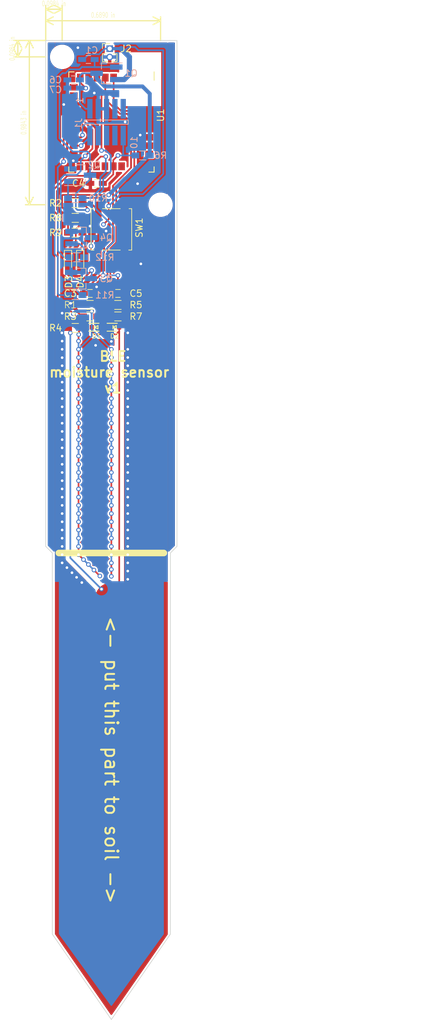
<source format=kicad_pcb>
(kicad_pcb (version 20171130) (host pcbnew "(5.1.4)-1")
  (layers (0 F.Cu signal) (31 B.Cu signal hide) (34 B.Paste user) (35 F.Paste user hide) (36 B.SilkS user) (37 F.SilkS user) (38 B.Mask user hide) (39 F.Mask user hide) (44 Edge.Cuts user))
  (net 0 "")
  (net 1 GND)
  (net 2 VCC)
  (net 3 /SENSE_LOW)
  (net 4 /SENSOR_TRACK)
  (net 5 /RESET)
  (net 6 /EXCITATION)
  (net 7 "Net-(D3-Pad2)")
  (net 8 "Net-(D3-Pad1)")
  (net 9 /POWER)
  (net 10 +3V0)
  (net 11 "Net-(C1-Pad2)")
  (net 12 /SENSE_HIGH)
  (net 13 /SWDIO)
  (net 14 /SWCLK)
  (net 15 "Net-(Q2-Pad1)")
  (net 16 "Net-(Q3-Pad1)")
  (net 17 "Net-(Q4-Pad1)")
  (net 18 "Net-(D4-Pad2)")
  (net 19 "Net-(D4-Pad1)")
  (net 20 /POWER_ON_PIN)
  (net 21 /LED1)
  (net 22 /LED2)
  (module Mounting_Holes:MountingHole_3.2mm_M3 (layer F.Cu) (at 50.5 27.5)
    (fp_text reference REF** hide)
    (fp_text value MountingHole_3.2mm_M3)
    (pad "" np_thru_hole circle (at 0 0) (size 3.2 3.2) (drill 3.2) (layers *.Cu *.Mask))
  )
  (module Mounting_Holes:MountingHole_3.2mm_M3 (layer F.Cu) (at 65.5 50)
    (fp_text reference REF** hide)
    (fp_text value MountingHole_3.2mm_M3)
    (pad 1 np_thru_hole circle (at 0 0) (size 3.2 3.2) (drill 3.2) (layers *.Cu *.Mask))
  )
  (module SBenoit:SPBTLE-1s (layer F.Cu) (at 58.758 36.384 270)
    (fp_text reference U1 (at 0 -6.758 90) (layer F.SilkS))
    (fp_text value SPBTLE-1S)
    (pad 1 smd rect (at -5.73 0.412) (size 1 1.2) (layers F.Cu F.Paste F.Mask) (net 12 /SENSE_HIGH))
    (pad 2 smd rect (at -5.73 1.682) (size 1 1.2) (layers F.Cu F.Paste F.Mask) (net 3 /SENSE_LOW))
    (pad 3 smd rect (at -5.73 2.952) (size 1 1.2) (layers F.Cu F.Paste F.Mask))
    (pad 4 smd rect (at -5.73 4.222) (size 1 1.2) (layers F.Cu F.Paste F.Mask) (net 9 /POWER))
    (pad 5 smd rect (at -5.73 5.492) (size 1 1.2) (layers F.Cu F.Paste F.Mask) (net 2 VCC))
    (pad 6 smd rect (at -4.26 6.492 270) (size 1 1.2) (layers F.Cu F.Paste F.Mask))
    (pad 7 smd rect (at -2.99 6.492 270) (size 1 1.2) (layers F.Cu F.Paste F.Mask))
    (pad 8 smd rect (at -1.72 6.492 270) (size 1 1.2) (layers F.Cu F.Paste F.Mask) (net 1 GND))
    (pad 9 smd rect (at -0.45 6.492 270) (size 1 1.2) (layers F.Cu F.Paste F.Mask) (net 21 /LED1))
    (pad 10 smd rect (at 0.82 6.492 270) (size 1 1.2) (layers F.Cu F.Paste F.Mask) (net 22 /LED2))
    (pad 11 smd rect (at 2.09 6.492 270) (size 1 1.2) (layers F.Cu F.Paste F.Mask))
    (pad 12 smd rect (at 3.36 6.492 270) (size 1 1.2) (layers F.Cu F.Paste F.Mask) (net 14 /SWCLK))
    (pad 13 smd rect (at 4.63 6.492 270) (size 1 1.2) (layers F.Cu F.Paste F.Mask) (net 13 /SWDIO))
    (pad 14 smd rect (at 5.9 6.492 270) (size 1 1.2) (layers F.Cu F.Paste F.Mask))
    (pad 15 smd rect (at 7.77 5.542) (size 1 1.2) (layers F.Cu F.Paste F.Mask))
    (pad 16 smd rect (at 7.77 4.272) (size 1 1.2) (layers F.Cu F.Paste F.Mask) (net 6 /EXCITATION))
    (pad 17 smd rect (at 7.77 3.002) (size 1 1.2) (layers F.Cu F.Paste F.Mask) (net 20 /POWER_ON_PIN))
    (pad 18 smd rect (at 7.77 1.732) (size 1 1.2) (layers F.Cu F.Paste F.Mask))
    (pad 19 smd rect (at 7.77 0.462) (size 1 1.2) (layers F.Cu F.Paste F.Mask) (net 5 /RESET))
    (pad 20 smd rect (at 7.77 -0.808) (size 1 1.2) (layers F.Cu F.Paste F.Mask))
    (pad 21 smd rect (at 5.9 -5.008 270) (size 1 1.2) (layers F.Cu F.Paste F.Mask))
    (pad 22 smd rect (at 4.63 -5.008 270) (size 1 1.2) (layers F.Cu F.Paste F.Mask))
    (pad 23 smd rect (at 3.36 -5.008 270) (size 1 1.2) (layers F.Cu F.Paste F.Mask))
  )
  (module SBenoit:50mils_JTAG (layer B.Cu) (at 57.27 37.416936)
    (fp_text reference J1 (at -4.25 0.25 -90) (layer B.SilkS) (effects (justify mirror)))
    (fp_text value Conn_02x05_Odd_Even)
    (fp_text user 10 (at 4.191 3.126564 -270) (layer B.SilkS) (effects (justify mirror)))
    (fp_text user 1 (at -4.064 -3.286936 -270) (layer B.SilkS) (effects (justify mirror)))
    (pad 10 smd rect (at 2.54 2.047064) (size 0.8 3) (layers B.Cu B.Paste B.Mask) (net 5 /RESET))
    (pad 1 smd rect (at -2.54 -2.016936) (size 0.8 3) (layers B.Cu B.Paste B.Mask) (net 2 VCC))
    (pad 9 smd rect (at 2.54 -2.016936) (size 0.8 3) (layers B.Cu B.Paste B.Mask))
    (pad 2 smd rect (at -2.54 2.047064) (size 0.8 3) (layers B.Cu B.Paste B.Mask) (net 13 /SWDIO))
    (pad 8 smd rect (at 1.27 2.047064) (size 0.8 3) (layers B.Cu B.Paste B.Mask))
    (pad 3 smd rect (at -1.27 -2.016936) (size 0.8 3) (layers B.Cu B.Paste B.Mask) (net 1 GND))
    (pad 7 smd rect (at 1.27 -2.016936) (size 0.8 3) (layers B.Cu B.Paste B.Mask))
    (pad 4 smd rect (at -1.27 2.047064) (size 0.8 3) (layers B.Cu B.Paste B.Mask) (net 14 /SWCLK))
    (pad 6 smd rect (at 0 2.047064) (size 0.8 3) (layers B.Cu B.Paste B.Mask))
    (pad 5 smd rect (at 0 -2.016936) (size 0.8 3) (layers B.Cu B.Paste B.Mask) (net 1 GND))
  )
  (module Resistors_SMD:R_0603_HandSoldering (layer B.Cu) (at 52.75 58)
    (fp_text reference R12 (at 4.25 0) (layer B.SilkS) (effects (justify mirror)))
    (fp_text value 100)
    (pad 1 smd rect (at -1.1 0) (size 1.2 0.9) (layers B.Cu B.Paste B.Mask) (net 22 /LED2))
    (pad 2 smd rect (at 1.1 0) (size 1.2 0.9) (layers B.Cu B.Paste B.Mask) (net 17 "Net-(Q4-Pad1)"))
  )
  (module Resistors_SMD:R_0603_HandSoldering (layer B.Cu) (at 52.5 63.75)
    (fp_text reference R11 (at 4.5 0) (layer B.SilkS) (effects (justify mirror)))
    (fp_text value 100)
    (pad 1 smd rect (at -1.1 0) (size 1.2 0.9) (layers B.Cu B.Paste B.Mask) (net 21 /LED1))
    (pad 2 smd rect (at 1.1 0) (size 1.2 0.9) (layers B.Cu B.Paste B.Mask) (net 16 "Net-(Q3-Pad1)"))
  )
  (module Resistors_SMD:R_0603_HandSoldering (layer B.Cu) (at 52.5 49 180)
    (fp_text reference R10 (at -3.5 0) (layer B.SilkS) (effects (justify mirror)))
    (fp_text value 100)
    (pad 1 smd rect (at -1.1 0 180) (size 1.2 0.9) (layers B.Cu B.Paste B.Mask) (net 20 /POWER_ON_PIN))
    (pad 2 smd rect (at 1.1 0 180) (size 1.2 0.9) (layers B.Cu B.Paste B.Mask) (net 15 "Net-(Q2-Pad1)"))
  )
  (module Resistors_SMD:R_0603_HandSoldering (layer F.Cu) (at 52.5 54.25 180)
    (fp_text reference R9 (at 3 0) (layer F.SilkS))
    (fp_text value 330)
    (pad 1 smd rect (at -1.1 0 180) (size 1.2 0.9) (layers F.Cu F.Paste F.Mask) (net 19 "Net-(D4-Pad1)"))
    (pad 2 smd rect (at 1.1 0 180) (size 1.2 0.9) (layers F.Cu F.Paste F.Mask) (net 2 VCC))
  )
  (module Resistors_SMD:R_0603_HandSoldering (layer F.Cu) (at 52.5 52 180)
    (fp_text reference R8 (at 3 0) (layer F.SilkS))
    (fp_text value 330)
    (pad 1 smd rect (at -1.1 0 180) (size 1.2 0.9) (layers F.Cu F.Paste F.Mask) (net 8 "Net-(D3-Pad1)"))
    (pad 2 smd rect (at 1.1 0 180) (size 1.2 0.9) (layers F.Cu F.Paste F.Mask) (net 2 VCC))
  )
  (module Resistors_SMD:R_0603_HandSoldering (layer F.Cu) (at 59 67 180)
    (fp_text reference R7 (at -2.75 0) (layer F.SilkS))
    (fp_text value 1M)
    (pad 1 smd rect (at -1.1 0 180) (size 1.2 0.9) (layers F.Cu F.Paste F.Mask) (net 1 GND))
    (pad 2 smd rect (at 1.1 0 180) (size 1.2 0.9) (layers F.Cu F.Paste F.Mask) (net 12 /SENSE_HIGH))
  )
  (module Resistors_SMD:R_0603_HandSoldering (layer B.Cu) (at 62.75 42.5)
    (fp_text reference R6 (at 2.75 0) (layer B.SilkS) (effects (justify mirror)))
    (fp_text value 47k)
    (pad 1 smd rect (at -1.1 0) (size 1.2 0.9) (layers B.Cu B.Paste B.Mask) (net 5 /RESET))
    (pad 2 smd rect (at 1.1 0) (size 1.2 0.9) (layers B.Cu B.Paste B.Mask) (net 2 VCC))
  )
  (module Resistors_SMD:R_0603_HandSoldering (layer F.Cu) (at 59 65.25)
    (fp_text reference R5 (at 2.75 0) (layer F.SilkS))
    (fp_text value 1M)
    (pad 1 smd rect (at -1.1 0) (size 1.2 0.9) (layers F.Cu F.Paste F.Mask) (net 12 /SENSE_HIGH))
    (pad 2 smd rect (at 1.1 0) (size 1.2 0.9) (layers F.Cu F.Paste F.Mask) (net 9 /POWER))
  )
  (module Resistors_SMD:R_0603_HandSoldering (layer F.Cu) (at 52.5 68.75)
    (fp_text reference R4 (at -3 0) (layer F.SilkS))
    (fp_text value 330)
    (pad 1 smd rect (at -1.1 0) (size 1.2 0.9) (layers F.Cu F.Paste F.Mask) (net 4 /SENSOR_TRACK))
    (pad 2 smd rect (at 1.1 0) (size 1.2 0.9) (layers F.Cu F.Paste F.Mask) (net 6 /EXCITATION))
  )
  (module Resistors_SMD:R_0603_HandSoldering (layer F.Cu) (at 54.75 67)
    (fp_text reference R3 (at -3 0) (layer F.SilkS))
    (fp_text value 1M)
    (pad 1 smd rect (at -1.1 0) (size 1.2 0.9) (layers F.Cu F.Paste F.Mask) (net 1 GND))
    (pad 2 smd rect (at 1.1 0) (size 1.2 0.9) (layers F.Cu F.Paste F.Mask) (net 3 /SENSE_LOW))
  )
  (module Resistors_SMD:R_0603_HandSoldering (layer F.Cu) (at 52.5 49.75)
    (fp_text reference R2 (at -3 0) (layer F.SilkS))
    (fp_text value 1M)
    (pad 1 smd rect (at -1.1 0) (size 1.2 0.9) (layers F.Cu F.Paste F.Mask) (net 10 +3V0))
    (pad 2 smd rect (at 1.1 0) (size 1.2 0.9) (layers F.Cu F.Paste F.Mask) (net 11 "Net-(C1-Pad2)"))
  )
  (module Capacitors_SMD:C_0603_HandSoldering (layer B.Cu) (at 52.25 32.25)
    (fp_text reference C7 (at -2.75 0.25) (layer B.SilkS) (effects (justify mirror)))
    (fp_text value 1u)
    (pad 1 smd rect (at -0.95 0) (size 1.2 0.75) (layers B.Cu B.Paste B.Mask) (net 1 GND))
    (pad 2 smd rect (at 0.95 0) (size 1.2 0.75) (layers B.Cu B.Paste B.Mask) (net 2 VCC))
  )
  (module Capacitors_SMD:C_0603_HandSoldering (layer B.Cu) (at 52.25 31)
    (fp_text reference C6 (at -2.75 0) (layer B.SilkS) (effects (justify mirror)))
    (fp_text value 100n)
    (pad 1 smd rect (at -0.95 0) (size 1.2 0.75) (layers B.Cu B.Paste B.Mask) (net 1 GND))
    (pad 2 smd rect (at 0.95 0) (size 1.2 0.75) (layers B.Cu B.Paste B.Mask) (net 2 VCC))
  )
  (module Capacitors_SMD:C_0603_HandSoldering (layer F.Cu) (at 59 63.5)
    (fp_text reference C5 (at 2.75 0) (layer F.SilkS))
    (fp_text value 1n)
    (pad 1 smd rect (at -0.95 0) (size 1.2 0.75) (layers F.Cu F.Paste F.Mask) (net 12 /SENSE_HIGH))
    (pad 2 smd rect (at 0.95 0) (size 1.2 0.75) (layers F.Cu F.Paste F.Mask) (net 1 GND))
  )
  (module Capacitors_SMD:C_0603_HandSoldering (layer F.Cu) (at 55.75 46.75 180)
    (fp_text reference C4 (at 2.75 0) (layer F.SilkS))
    (fp_text value 10n)
    (pad 1 smd rect (at -0.95 0 180) (size 1.2 0.75) (layers F.Cu F.Paste F.Mask) (net 5 /RESET))
    (pad 2 smd rect (at 0.95 0 180) (size 1.2 0.75) (layers F.Cu F.Paste F.Mask) (net 1 GND))
  )
  (module Capacitors_SMD:C_0603_HandSoldering (layer F.Cu) (at 54.75 63.5 180)
    (fp_text reference C3 (at 3 0) (layer F.SilkS))
    (fp_text value 1n)
    (pad 1 smd rect (at -0.95 0 180) (size 1.2 0.75) (layers F.Cu F.Paste F.Mask) (net 3 /SENSE_LOW))
    (pad 2 smd rect (at 0.95 0 180) (size 1.2 0.75) (layers F.Cu F.Paste F.Mask) (net 1 GND))
  )
  (module Capacitors_SMD:C_0603_HandSoldering (layer B.Cu) (at 54.5 27.9)
    (fp_text reference C1 (at 0.5 -1.4) (layer B.SilkS) (effects (justify mirror)))
    (fp_text value 330n)
    (pad 1 smd rect (at -0.95 0) (size 1.2 0.75) (layers B.Cu B.Paste B.Mask) (net 10 +3V0))
    (pad 2 smd rect (at 0.95 0) (size 1.2 0.75) (layers B.Cu B.Paste B.Mask) (net 11 "Net-(C1-Pad2)"))
  )
  (module Resistors_SMD:R_0603_HandSoldering (layer F.Cu) (at 54.75 65.25 180)
    (fp_text reference R1 (at 3 0 180) (layer F.SilkS) (effects (font (thickness 0.11))))
    (fp_text value 1M)
    (pad 1 smd rect (at -1.1 0 180) (size 1.2 0.9) (layers F.Cu F.Paste F.Mask) (net 3 /SENSE_LOW))
    (pad 2 smd rect (at 1.1 0 180) (size 1.2 0.9) (layers F.Cu F.Paste F.Mask) (net 9 /POWER))
  )
  (module TO_SOT_Packages_SMD:SOT-23_Handsoldering (layer B.Cu) (at 57.25 30 180)
    (fp_text reference Q1 (at -3.75 0) (layer B.SilkS) (effects (justify mirror)))
    (fp_text value BSS83P)
    (pad 1 smd rect (at -1.5 0.95 180) (size 1.9 0.8) (layers B.Cu B.Paste B.Mask) (net 11 "Net-(C1-Pad2)"))
    (pad 2 smd rect (at -1.5 -0.95 180) (size 1.9 0.8) (layers B.Cu B.Paste B.Mask) (net 10 +3V0))
    (pad 3 smd rect (at 1.5 0 180) (size 1.9 0.8) (layers B.Cu B.Paste B.Mask) (net 2 VCC))
  )
  (module Pin_Headers:Pin_Header_Straight_1x02_Pitch1.27mm (layer F.Cu) (at 57.75 26.25)
    (fp_text reference J2 (at 2.5 0) (layer F.SilkS))
    (fp_text value Conn_01x02)
    (pad 1 thru_hole rect (at 0 0) (size 1 1) (drill 0.65) (layers *.Cu *.Mask) (net 10 +3V0))
    (pad 2 thru_hole oval (at 0 1.27) (size 1 1) (drill 0.65) (layers *.Cu *.Mask) (net 1 GND))
  )
  (module LEDs:LED_0603_HandSoldering (layer F.Cu) (at 53.25 58.736 270)
    (fp_text reference D4 (at 3.014 0 90) (layer F.SilkS))
    (fp_text value LED)
    (pad 1 smd rect (at -1.1 0 270) (size 1.2 0.9) (layers F.Cu F.Paste F.Mask) (net 19 "Net-(D4-Pad1)"))
    (pad 2 smd rect (at 1.1 0 270) (size 1.2 0.9) (layers F.Cu F.Paste F.Mask) (net 18 "Net-(D4-Pad2)"))
  )
  (module LEDs:LED_0603_HandSoldering (layer F.Cu) (at 51.392 58.736 270)
    (fp_text reference D3 (at 3.014 -0.108 90) (layer F.SilkS))
    (fp_text value LED)
    (pad 1 smd rect (at -1.1 0 270) (size 1.2 0.9) (layers F.Cu F.Paste F.Mask) (net 8 "Net-(D3-Pad1)"))
    (pad 2 smd rect (at 1.1 0 270) (size 1.2 0.9) (layers F.Cu F.Paste F.Mask) (net 7 "Net-(D3-Pad2)"))
  )
  (module SMD_Packages:SOD-523 (layer F.Cu) (at 58.504 68.642 180)
    (fp_text reference D2 (at 0.004 -1.358 180) (layer F.SilkS) (effects (font (size 0.7 0.7) (thickness 0.11))))
    (fp_text value BAT54)
    (pad 1 smd rect (at -0.7 0 180) (size 0.6 0.7) (layers F.Cu F.Paste F.Mask) (net 4 /SENSOR_TRACK))
    (pad 2 smd rect (at 0.7 0 180) (size 0.6 0.7) (layers F.Cu F.Paste F.Mask) (net 12 /SENSE_HIGH))
  )
  (module SMD_Packages:SOD-523 (layer F.Cu) (at 55.71 68.642 180)
    (fp_text reference D1 (at -0.04 -1.358 180) (layer F.SilkS) (effects (font (size 0.7 0.7) (thickness 0.11))))
    (fp_text value BAT54)
    (pad 1 smd rect (at -0.7 0 180) (size 0.6 0.7) (layers F.Cu F.Paste F.Mask) (net 3 /SENSE_LOW))
    (pad 2 smd rect (at 0.7 0 180) (size 0.6 0.7) (layers F.Cu F.Paste F.Mask) (net 4 /SENSOR_TRACK))
  )
  (module TO_SOT_Packages_SMD:SOT-23_Handsoldering (layer B.Cu) (at 53.25 45.5)
    (fp_text reference Q2 (at 2.1522 -1.57664) (layer B.SilkS) (effects (justify mirror)))
    (fp_text value RUC002N05HZGT116CT)
    (pad 3 smd rect (at 1.5 0) (size 1.9 0.8) (layers B.Cu B.Paste B.Mask) (net 11 "Net-(C1-Pad2)"))
    (pad 2 smd rect (at -1.5 -0.95) (size 1.9 0.8) (layers B.Cu B.Paste B.Mask) (net 1 GND))
    (pad 1 smd rect (at -1.5 0.95) (size 1.9 0.8) (layers B.Cu B.Paste B.Mask) (net 15 "Net-(Q2-Pad1)"))
  )
  (module TO_SOT_Packages_SMD:SOT-23_Handsoldering (layer B.Cu) (at 53.3732 61.25)
    (fp_text reference Q3 (at 3.8768 0) (layer B.SilkS) (effects (justify mirror)))
    (fp_text value RUC002N05HZGT116CT)
    (pad 3 smd rect (at 1.5 0) (size 1.9 0.8) (layers B.Cu B.Paste B.Mask) (net 7 "Net-(D3-Pad2)"))
    (pad 2 smd rect (at -1.5 -0.95) (size 1.9 0.8) (layers B.Cu B.Paste B.Mask) (net 1 GND))
    (pad 1 smd rect (at -1.5 0.95) (size 1.9 0.8) (layers B.Cu B.Paste B.Mask) (net 16 "Net-(Q3-Pad1)"))
  )
  (module TO_SOT_Packages_SMD:SOT-23_Handsoldering (layer B.Cu) (at 53.42908 55)
    (fp_text reference Q4 (at 3.82092 0) (layer B.SilkS) (effects (justify mirror)))
    (fp_text value RUC002N05HZGT116CT)
    (pad 1 smd rect (at -1.5 0.95) (size 1.9 0.8) (layers B.Cu B.Paste B.Mask) (net 17 "Net-(Q4-Pad1)"))
    (pad 2 smd rect (at -1.5 -0.95) (size 1.9 0.8) (layers B.Cu B.Paste B.Mask) (net 1 GND))
    (pad 3 smd rect (at 1.5 0) (size 1.9 0.8) (layers B.Cu B.Paste B.Mask) (net 18 "Net-(D4-Pad2)"))
  )
  (module Buttons_Switches_SMD:SW_SPST_EVPBF (layer F.Cu) (at 58 53.75 90)
    (fp_text reference SW1 (at 0.25 4.25 90) (layer F.SilkS))
    (fp_text value SW_Push)
    (pad 2 smd rect (at 2.88 2 90) (size 2.75 1) (layers F.Cu F.Paste F.Mask) (net 1 GND))
    (pad 2 smd rect (at -2.88 2 90) (size 2.75 1) (layers F.Cu F.Paste F.Mask) (net 1 GND))
    (pad 1 smd rect (at -2.88 -2 90) (size 2.75 1) (layers F.Cu F.Paste F.Mask) (net 11 "Net-(C1-Pad2)"))
    (pad 1 smd rect (at 2.88 -2 90) (size 2.75 1) (layers F.Cu F.Paste F.Mask) (net 11 "Net-(C1-Pad2)"))
  )
  (dimension 17.5 (width 0.2) (layer F.SilkS) (gr_text "17.500 mm" (at 56.75 20.95) (layer F.SilkS) (effects (font (size 0.8 0.5) (thickness 0.05)))) (feature1 (pts (xy 65.5 25) (xy 65.5 21.413579))) (feature2 (pts (xy 48 25) (xy 48 21.413579))) (crossbar (pts (xy 48 22) (xy 65.5 22))) (arrow1a (pts (xy 65.5 22) (xy 64.373496 22.586421))) (arrow1b (pts (xy 65.5 22) (xy 64.373496 21.413579))) (arrow2a (pts (xy 48 22) (xy 49.126504 22.586421))) (arrow2b (pts (xy 48 22) (xy 49.126504 21.413579))))
  (dimension 25 (width 0.2) (layer F.SilkS) (gr_text "25.000 mm" (at 44.45 37.5 90) (layer F.SilkS) (effects (font (size 0.8 0.5) (thickness 0.05)))) (feature1 (pts (xy 48 25) (xy 44.913579 25))) (feature2 (pts (xy 48 50) (xy 44.913579 50))) (crossbar (pts (xy 45.5 50) (xy 45.5 25))) (arrow1a (pts (xy 45.5 25) (xy 46.086421 26.126504))) (arrow1b (pts (xy 45.5 25) (xy 44.913579 26.126504))) (arrow2a (pts (xy 45.5 50) (xy 46.086421 48.873496))) (arrow2b (pts (xy 45.5 50) (xy 44.913579 48.873496))))
  (dimension 2.5 (width 0.2) (layer F.SilkS) (gr_text "2.500 mm" (at 49.25 19.2) (layer F.SilkS) (effects (font (size 0.8 0.5) (thickness 0.05)))) (feature1 (pts (xy 50.5 25) (xy 50.5 19.663579))) (feature2 (pts (xy 48 25) (xy 48 19.663579))) (crossbar (pts (xy 48 20.25) (xy 50.5 20.25))) (arrow1a (pts (xy 50.5 20.25) (xy 49.373496 20.836421))) (arrow1b (pts (xy 50.5 20.25) (xy 49.373496 19.663579))) (arrow2a (pts (xy 48 20.25) (xy 49.126504 20.836421))) (arrow2b (pts (xy 48 20.25) (xy 49.126504 19.663579))))
  (dimension 2.5 (width 0.2) (layer F.SilkS) (gr_text "2.500 mm" (at 42.7 26.25 270) (layer F.SilkS) (effects (font (size 0.8 0.5) (thickness 0.05)))) (feature1 (pts (xy 48 27.5) (xy 43.163579 27.5))) (feature2 (pts (xy 48 25) (xy 43.163579 25))) (crossbar (pts (xy 43.75 25) (xy 43.75 27.5))) (arrow1a (pts (xy 43.75 27.5) (xy 43.163579 26.373496))) (arrow1b (pts (xy 43.75 27.5) (xy 44.336421 26.373496))) (arrow2a (pts (xy 43.75 25) (xy 43.163579 26.126504))) (arrow2b (pts (xy 43.75 25) (xy 44.336421 26.126504))))
  (gr_line (start 49 161) (end 49 103) (layer Edge.Cuts) (width 0.1))
  (gr_line (start 67 161) (end 67 103) (layer Edge.Cuts) (width 0.1))
  (gr_line (start 48 25) (end 49.022 25) (layer Edge.Cuts) (width 0.1))
  (gr_line (start 48 102) (end 48 25) (layer Edge.Cuts) (width 0.1))
  (gr_line (start 49 103) (end 48 102) (layer Edge.Cuts) (width 0.1))
  (gr_line (start 68 25) (end 67 25) (layer Edge.Cuts) (width 0.1))
  (gr_line (start 68 102) (end 68 25) (layer Edge.Cuts) (width 0.1))
  (gr_line (start 67 103) (end 68 102) (layer Edge.Cuts) (width 0.1))
  (gr_text "<- put this part to soil ->" (at 58 134.5 270) (layer F.SilkS) (effects (font (size 2 2) (thickness 0.3))))
  (gr_line (start 50 103) (end 66 103) (layer F.SilkS) (width 1))
  (gr_text "BLE\nmoisture sensor \nv1" (at 58.25 75.5) (layer F.SilkS) (effects (font (size 1.5 1.5) (thickness 0.3))))
  (gr_line (start 58 174) (end 49 161) (angle 90) (layer Edge.Cuts) (width 0.1))
  (gr_line (start 58 174) (end 67 161) (angle 90) (layer Edge.Cuts) (width 0.1))
  (gr_line (start 67 25) (end 49.022 25) (angle 90) (layer Edge.Cuts) (width 0.1))
  (via (at 52.9 26.1) (size 0.7) (drill 0.4) (layers F.Cu B.Cu) (net 1))
  (segment (start 53 70.75) (end 53 69.779708) (width 0.254) (layer F.Cu) (net 6))
  (segment (start 53 69.779708) (end 53.024757 69.754951) (width 0.254) (layer F.Cu) (net 6))
  (via (at 53.024757 69.754951) (size 0.7) (drill 0.4) (layers F.Cu B.Cu) (net 6))
  (segment (start 53 72) (end 53 70.75) (width 0.254) (layer B.Cu) (net 6))
  (via (at 53 70.75) (size 0.7) (drill 0.4) (layers F.Cu B.Cu) (net 6))
  (segment (start 55.345119 105.595119) (end 56.25 106.5) (width 0.254) (layer F.Cu) (net 6))
  (segment (start 54.5 104.75) (end 55.345119 105.595119) (width 0.254) (layer B.Cu) (net 6))
  (via (at 55.345119 105.595119) (size 0.7) (drill 0.4) (layers F.Cu B.Cu) (net 6))
  (segment (start 53.758622 104.008622) (end 54.5 104.75) (width 0.254) (layer B.Cu) (net 6))
  (segment (start 53 103.25) (end 53.758622 104.008622) (width 0.254) (layer F.Cu) (net 6))
  (via (at 53.758622 104.008622) (size 0.7) (drill 0.4) (layers F.Cu B.Cu) (net 6))
  (segment (start 52.702737 106.702737) (end 53.5 107.5) (width 0.254) (layer F.Cu) (net 1))
  (segment (start 52 106) (end 52.702737 106.702737) (width 0.254) (layer F.Cu) (net 1))
  (via (at 52.702737 106.702737) (size 0.7) (drill 0.4) (layers F.Cu B.Cu) (net 1))
  (segment (start 51.228329 105.228329) (end 52 106) (width 0.254) (layer B.Cu) (net 1))
  (segment (start 50.5 104.5) (end 51.228329 105.228329) (width 0.254) (layer F.Cu) (net 1))
  (via (at 51.228329 105.228329) (size 0.7) (drill 0.4) (layers F.Cu B.Cu) (net 1))
  (segment (start 50.5 102) (end 50.5 103.25) (width 0.254) (layer F.Cu) (net 1))
  (via (at 50.5 103.25) (size 0.7) (drill 0.4) (layers F.Cu B.Cu) (net 1))
  (segment (start 50.5 102) (end 50.5 100.75) (width 0.254) (layer B.Cu) (net 1))
  (segment (start 50.5 99.5) (end 50.5 100.75) (width 0.254) (layer F.Cu) (net 1))
  (via (at 50.5 100.75) (size 0.7) (drill 0.4) (layers F.Cu B.Cu) (net 1))
  (segment (start 53 99.5) (end 53 100.75) (width 0.254) (layer F.Cu) (net 6))
  (via (at 53 100.75) (size 0.7) (drill 0.4) (layers F.Cu B.Cu) (net 6))
  (segment (start 50.5 99.5) (end 50.5 98.25) (width 0.254) (layer F.Cu) (net 1))
  (segment (start 50.5 97) (end 50.5 98.25) (width 0.254) (layer B.Cu) (net 1))
  (via (at 50.5 98.25) (size 0.7) (drill 0.4) (layers F.Cu B.Cu) (net 1))
  (segment (start 53 99.5) (end 53 98.249994) (width 0.254) (layer F.Cu) (net 6))
  (segment (start 53 97) (end 53 98.249994) (width 0.254) (layer B.Cu) (net 6))
  (via (at 53 98.249994) (size 0.7) (drill 0.4) (layers F.Cu B.Cu) (net 6))
  (segment (start 50.5 97) (end 50.5 95.75) (width 0.254) (layer B.Cu) (net 1))
  (segment (start 50.5 94.5) (end 50.5 95.75) (width 0.254) (layer F.Cu) (net 1))
  (via (at 50.5 95.75) (size 0.7) (drill 0.4) (layers F.Cu B.Cu) (net 1))
  (segment (start 53 97) (end 53 95.750006) (width 0.254) (layer B.Cu) (net 6))
  (segment (start 53 94.5) (end 53 95.750006) (width 0.254) (layer F.Cu) (net 6))
  (via (at 53 95.750006) (size 0.7) (drill 0.4) (layers F.Cu B.Cu) (net 6))
  (segment (start 50.5 92) (end 50.5 90.75) (width 0.254) (layer B.Cu) (net 1))
  (segment (start 50.5 89.5) (end 50.5 90.75) (width 0.254) (layer B.Cu) (net 1))
  (via (at 50.5 90.75) (size 0.7) (drill 0.4) (layers F.Cu B.Cu) (net 1))
  (segment (start 53 89.5) (end 53 90.749992) (width 0.254) (layer F.Cu) (net 6))
  (via (at 53 90.749992) (size 0.7) (drill 0.4) (layers F.Cu B.Cu) (net 6))
  (segment (start 53 94.5) (end 53 93.25) (width 0.254) (layer F.Cu) (net 6))
  (segment (start 53 92) (end 53 93.25) (width 0.254) (layer F.Cu) (net 6))
  (via (at 53 93.25) (size 0.7) (drill 0.4) (layers F.Cu B.Cu) (net 6))
  (segment (start 50.5 94.5) (end 50.5 93.25001) (width 0.254) (layer F.Cu) (net 1))
  (segment (start 50.5 92) (end 50.5 93.25001) (width 0.254) (layer F.Cu) (net 1))
  (via (at 50.5 93.25001) (size 0.7) (drill 0.4) (layers F.Cu B.Cu) (net 1))
  (segment (start 50.5 87) (end 50.5 88.250006) (width 0.254) (layer B.Cu) (net 1))
  (via (at 50.5 88.250006) (size 0.7) (drill 0.4) (layers F.Cu B.Cu) (net 1))
  (segment (start 53 87) (end 53 88.250006) (width 0.254) (layer B.Cu) (net 6))
  (via (at 53 88.250006) (size 0.7) (drill 0.4) (layers F.Cu B.Cu) (net 6))
  (segment (start 50.5 87) (end 50.5 85.75) (width 0.254) (layer B.Cu) (net 1))
  (segment (start 50.5 84.5) (end 50.5 85.75) (width 0.254) (layer B.Cu) (net 1))
  (via (at 50.5 85.75) (size 0.7) (drill 0.4) (layers F.Cu B.Cu) (net 1))
  (segment (start 53 87) (end 53 85.75) (width 0.254) (layer B.Cu) (net 6))
  (segment (start 53 84.5) (end 53 85.75) (width 0.254) (layer B.Cu) (net 6))
  (via (at 53 85.75) (size 0.7) (drill 0.4) (layers F.Cu B.Cu) (net 6))
  (segment (start 50.5 84.5) (end 50.5 83.25) (width 0.254) (layer F.Cu) (net 1))
  (segment (start 50.5 82) (end 50.5 83.25) (width 0.254) (layer F.Cu) (net 1))
  (via (at 50.5 83.25) (size 0.7) (drill 0.4) (layers F.Cu B.Cu) (net 1))
  (segment (start 53 84.5) (end 53 83.250006) (width 0.254) (layer F.Cu) (net 6))
  (segment (start 53 82) (end 53 83.250006) (width 0.254) (layer B.Cu) (net 6))
  (via (at 53 83.250006) (size 0.7) (drill 0.4) (layers F.Cu B.Cu) (net 6))
  (segment (start 50.5 79.5) (end 50.5 80.75) (width 0.254) (layer F.Cu) (net 1))
  (via (at 50.5 80.75) (size 0.7) (drill 0.4) (layers F.Cu B.Cu) (net 1))
  (segment (start 53 82) (end 53 80.75) (width 0.254) (layer B.Cu) (net 6))
  (segment (start 53 79.5) (end 53 80.75) (width 0.254) (layer F.Cu) (net 6))
  (via (at 53 80.75) (size 0.7) (drill 0.4) (layers F.Cu B.Cu) (net 6))
  (segment (start 50.5 79.5) (end 50.5 78.250004) (width 0.254) (layer F.Cu) (net 1))
  (segment (start 50.5 77) (end 50.5 78.250004) (width 0.254) (layer F.Cu) (net 1))
  (via (at 50.5 78.250004) (size 0.7) (drill 0.4) (layers F.Cu B.Cu) (net 1))
  (segment (start 53 79.5) (end 53 78.25) (width 0.254) (layer F.Cu) (net 6))
  (segment (start 53 77) (end 53 78.25) (width 0.254) (layer F.Cu) (net 6))
  (via (at 53 78.25) (size 0.7) (drill 0.4) (layers F.Cu B.Cu) (net 6))
  (segment (start 53 77) (end 53 75.75) (width 0.254) (layer B.Cu) (net 6))
  (segment (start 53 74.5) (end 53 75.75) (width 0.254) (layer F.Cu) (net 6))
  (via (at 53 75.75) (size 0.7) (drill 0.4) (layers F.Cu B.Cu) (net 6))
  (segment (start 50.5 74.5) (end 50.5 75.75) (width 0.254) (layer F.Cu) (net 1))
  (via (at 50.5 75.75) (size 0.7) (drill 0.4) (layers F.Cu B.Cu) (net 1))
  (segment (start 53 73.257938) (end 53 74.5) (width 0.254) (layer F.Cu) (net 6))
  (segment (start 53 72) (end 53 73.257938) (width 0.254) (layer F.Cu) (net 6))
  (via (at 53 73.257938) (size 0.7) (drill 0.4) (layers F.Cu B.Cu) (net 6))
  (segment (start 60.5 89.5) (end 60.5 90.75) (width 0.254) (layer F.Cu) (net 1))
  (via (at 60.5 90.75) (size 0.7) (drill 0.4) (layers F.Cu B.Cu) (net 1))
  (segment (start 58 92) (end 58 90.75) (width 0.254) (layer B.Cu) (net 6))
  (segment (start 58 89.5) (end 58 90.75) (width 0.254) (layer F.Cu) (net 6))
  (via (at 58 90.75) (size 0.7) (drill 0.4) (layers F.Cu B.Cu) (net 6))
  (segment (start 58 88.249996) (end 58.000004 88.25) (width 0.254) (layer B.Cu) (net 6))
  (segment (start 58 87) (end 58 88.249996) (width 0.254) (layer B.Cu) (net 6))
  (via (at 58.000004 88.25) (size 0.7) (drill 0.4) (layers F.Cu B.Cu) (net 6))
  (segment (start 60.5 89.5) (end 60.5 88.250004) (width 0.254) (layer F.Cu) (net 1))
  (segment (start 60.5 88.249996) (end 60.499996 88.25) (width 0.254) (layer F.Cu) (net 1))
  (segment (start 60.5 87) (end 60.5 88.249996) (width 0.254) (layer F.Cu) (net 1))
  (segment (start 60.5 88.250004) (end 60.499996 88.25) (width 0.254) (layer F.Cu) (net 1))
  (via (at 60.499996 88.25) (size 0.7) (drill 0.4) (layers F.Cu B.Cu) (net 1))
  (segment (start 58 87) (end 58 85.75) (width 0.254) (layer B.Cu) (net 6))
  (segment (start 58 84.5) (end 58 85.75) (width 0.254) (layer B.Cu) (net 6))
  (via (at 58 85.75) (size 0.7) (drill 0.4) (layers F.Cu B.Cu) (net 6))
  (segment (start 60.5 87) (end 60.5 85.749994) (width 0.254) (layer B.Cu) (net 1))
  (segment (start 60.5 84.5) (end 60.5 85.749994) (width 0.254) (layer B.Cu) (net 1))
  (via (at 60.5 85.749994) (size 0.7) (drill 0.4) (layers F.Cu B.Cu) (net 1))
  (segment (start 60.5 84.5) (end 60.5 83.25) (width 0.254) (layer F.Cu) (net 1))
  (segment (start 60.5 82) (end 60.5 83.25) (width 0.254) (layer B.Cu) (net 1))
  (via (at 60.5 83.25) (size 0.7) (drill 0.4) (layers F.Cu B.Cu) (net 1))
  (segment (start 58 84.5) (end 58 83.25) (width 0.254) (layer F.Cu) (net 6))
  (segment (start 58 82) (end 58 83.25) (width 0.254) (layer B.Cu) (net 6))
  (via (at 58 83.25) (size 0.7) (drill 0.4) (layers F.Cu B.Cu) (net 6))
  (segment (start 60.5 79.5) (end 60.5 80.75) (width 0.254) (layer B.Cu) (net 1))
  (segment (start 60.5 82) (end 60.5 80.75) (width 0.254) (layer B.Cu) (net 1))
  (via (at 60.5 80.75) (size 0.7) (drill 0.4) (layers F.Cu B.Cu) (net 1))
  (segment (start 58 82) (end 58 80.75) (width 0.254) (layer B.Cu) (net 6))
  (segment (start 58 79.5) (end 58 80.75) (width 0.254) (layer B.Cu) (net 6))
  (via (at 58 80.75) (size 0.7) (drill 0.4) (layers F.Cu B.Cu) (net 6))
  (segment (start 60.5 73.250006) (end 60.500006 73.25) (width 0.254) (layer F.Cu) (net 1))
  (segment (start 60.5 74.5) (end 60.5 73.250006) (width 0.254) (layer F.Cu) (net 1))
  (segment (start 60.5 73.249994) (end 60.500006 73.25) (width 0.254) (layer F.Cu) (net 1))
  (segment (start 60.5 72) (end 60.5 73.249994) (width 0.254) (layer F.Cu) (net 1))
  (via (at 60.500006 73.25) (size 0.7) (drill 0.4) (layers F.Cu B.Cu) (net 1))
  (segment (start 58 74.5) (end 58 73.250006) (width 0.254) (layer F.Cu) (net 6))
  (segment (start 58 72) (end 58 73.250006) (width 0.254) (layer F.Cu) (net 6))
  (via (at 58 73.250006) (size 0.7) (drill 0.4) (layers F.Cu B.Cu) (net 6))
  (segment (start 58 77) (end 58 75.75) (width 0.254) (layer B.Cu) (net 6))
  (segment (start 58 74.5) (end 58 75.75) (width 0.254) (layer F.Cu) (net 6))
  (via (at 58 75.75) (size 0.7) (drill 0.4) (layers F.Cu B.Cu) (net 6))
  (segment (start 60.5 77) (end 60.5 75.75) (width 0.254) (layer B.Cu) (net 1))
  (segment (start 60.5 74.5) (end 60.5 75.75) (width 0.254) (layer B.Cu) (net 1))
  (via (at 60.5 75.75) (size 0.7) (drill 0.4) (layers F.Cu B.Cu) (net 1))
  (segment (start 60.5 79.5) (end 60.5 78.25) (width 0.254) (layer F.Cu) (net 1))
  (segment (start 60.5 77) (end 60.5 78.25) (width 0.254) (layer B.Cu) (net 1))
  (via (at 60.5 78.25) (size 0.7) (drill 0.4) (layers F.Cu B.Cu) (net 1))
  (segment (start 58 79.5) (end 58 78.250006) (width 0.254) (layer F.Cu) (net 6))
  (via (at 58 78.250006) (size 0.7) (drill 0.4) (layers F.Cu B.Cu) (net 6))
  (segment (start 58 77) (end 58 78.250006) (width 0.254) (layer B.Cu) (net 6))
  (segment (start 60.5 92) (end 60.5 93.25) (width 0.254) (layer F.Cu) (net 1))
  (segment (start 60.5 94.5) (end 60.5 93.25) (width 0.254) (layer F.Cu) (net 1))
  (via (at 60.5 93.25) (size 0.7) (drill 0.4) (layers F.Cu B.Cu) (net 1))
  (segment (start 58 92) (end 58 93.25) (width 0.254) (layer F.Cu) (net 6))
  (segment (start 58 94.5) (end 58 93.25) (width 0.254) (layer F.Cu) (net 6))
  (via (at 58 93.25) (size 0.7) (drill 0.4) (layers F.Cu B.Cu) (net 6))
  (segment (start 58 94.5) (end 58 95.749984) (width 0.254) (layer B.Cu) (net 6))
  (segment (start 58 97) (end 58 95.749984) (width 0.254) (layer F.Cu) (net 6))
  (via (at 58 95.749984) (size 0.7) (drill 0.4) (layers F.Cu B.Cu) (net 6))
  (segment (start 60.5 94.5) (end 60.5 95.75) (width 0.254) (layer B.Cu) (net 1))
  (segment (start 60.5 97) (end 60.5 95.75) (width 0.254) (layer F.Cu) (net 1))
  (via (at 60.5 95.75) (size 0.7) (drill 0.4) (layers F.Cu B.Cu) (net 1))
  (segment (start 58 98.248063) (end 58 99.5) (width 0.254) (layer F.Cu) (net 6))
  (segment (start 58 97) (end 58 98.248063) (width 0.254) (layer F.Cu) (net 6))
  (via (at 58 98.248063) (size 0.7) (drill 0.4) (layers F.Cu B.Cu) (net 6))
  (segment (start 60.5 99.5) (end 60.5 98.248063) (width 0.254) (layer F.Cu) (net 1))
  (segment (start 60.5 97) (end 60.5 98.248063) (width 0.254) (layer F.Cu) (net 1))
  (via (at 60.5 98.248063) (size 0.7) (drill 0.4) (layers F.Cu B.Cu) (net 1))
  (segment (start 58 99.5) (end 58 100.746139) (width 0.254) (layer B.Cu) (net 6))
  (segment (start 58 102) (end 58 100.746139) (width 0.254) (layer F.Cu) (net 6))
  (via (at 58 100.746139) (size 0.7) (drill 0.4) (layers F.Cu B.Cu) (net 6))
  (segment (start 60.5 100.763982) (end 60.5 99.5) (width 0.254) (layer B.Cu) (net 1))
  (segment (start 60.5 102) (end 60.5 100.763982) (width 0.254) (layer F.Cu) (net 1))
  (via (at 60.5 100.763982) (size 0.7) (drill 0.4) (layers F.Cu B.Cu) (net 1))
  (segment (start 58 102) (end 58 103.246781) (width 0.254) (layer F.Cu) (net 6))
  (segment (start 58 104.5) (end 58 103.246781) (width 0.254) (layer B.Cu) (net 6))
  (via (at 58 103.246781) (size 0.7) (drill 0.4) (layers F.Cu B.Cu) (net 6))
  (segment (start 60.5 103.262214) (end 60.5 102) (width 0.254) (layer F.Cu) (net 1))
  (segment (start 60.5 104.5) (end 60.5 103.262214) (width 0.254) (layer F.Cu) (net 1))
  (via (at 60.5 103.262214) (size 0.7) (drill 0.4) (layers F.Cu B.Cu) (net 1))
  (segment (start 60.5 104.5) (end 60.5 105.746856) (width 0.254) (layer B.Cu) (net 1))
  (segment (start 60.5 107) (end 60.5 105.746856) (width 0.254) (layer F.Cu) (net 1))
  (via (at 60.5 105.746856) (size 0.7) (drill 0.4) (layers F.Cu B.Cu) (net 1))
  (segment (start 58 104.5) (end 58 105.50533) (width 0.254) (layer F.Cu) (net 6))
  (segment (start 58 106.54999) (end 58 105.50533) (width 0.254) (layer F.Cu) (net 6))
  (via (at 58 105.50533) (size 0.7) (drill 0.4) (layers F.Cu B.Cu) (net 6))
  (via (at 53.5 107.5) (size 0.7) (drill 0.4) (layers F.Cu B.Cu) (net 1))
  (via (at 52 106) (size 0.7) (drill 0.4) (layers F.Cu B.Cu) (net 1))
  (via (at 56.25 106.5) (size 0.7) (drill 0.4) (layers F.Cu B.Cu) (net 6))
  (via (at 54.5 104.75) (size 0.7) (drill 0.4) (layers F.Cu B.Cu) (net 6))
  (segment (start 53 102) (end 53 103.25) (width 0.254) (layer F.Cu) (net 6))
  (via (at 53 103.25) (size 0.7) (drill 0.4) (layers F.Cu B.Cu) (net 6))
  (segment (start 50.5 102) (end 50.5 104.5) (width 0.254) (layer B.Cu) (net 1))
  (via (at 50.5 104.5) (size 0.7) (drill 0.4) (layers F.Cu B.Cu) (net 1))
  (via (at 58 106.54999) (size 0.7) (drill 0.4) (layers F.Cu B.Cu) (net 6))
  (via (at 60.5 107) (size 0.7) (drill 0.4) (layers F.Cu B.Cu) (net 1))
  (segment (start 50.5 77) (end 50.5 74.5) (width 0.254) (layer B.Cu) (net 1))
  (via (at 50.5 74.5) (size 0.7) (drill 0.4) (layers F.Cu B.Cu) (net 1))
  (via (at 50.5 77) (size 0.7) (drill 0.4) (layers F.Cu B.Cu) (net 1))
  (segment (start 50.5 82) (end 50.5 79.5) (width 0.254) (layer B.Cu) (net 1))
  (via (at 50.5 79.5) (size 0.7) (drill 0.4) (layers F.Cu B.Cu) (net 1))
  (via (at 50.5 82) (size 0.7) (drill 0.4) (layers F.Cu B.Cu) (net 1))
  (via (at 50.5 84.5) (size 0.7) (drill 0.4) (layers F.Cu B.Cu) (net 1))
  (segment (start 50.5 89.5) (end 50.5 87) (width 0.254) (layer F.Cu) (net 1))
  (via (at 50.5 87) (size 0.7) (drill 0.4) (layers F.Cu B.Cu) (net 1))
  (via (at 50.5 89.5) (size 0.7) (drill 0.4) (layers F.Cu B.Cu) (net 1))
  (via (at 50.5 92) (size 0.7) (drill 0.4) (layers F.Cu B.Cu) (net 1))
  (via (at 50.5 94.5) (size 0.7) (drill 0.4) (layers F.Cu B.Cu) (net 1))
  (via (at 50.5 97) (size 0.7) (drill 0.4) (layers F.Cu B.Cu) (net 1))
  (via (at 50.5 99.5) (size 0.7) (drill 0.4) (layers F.Cu B.Cu) (net 1))
  (via (at 50.5 102) (size 0.7) (drill 0.4) (layers F.Cu B.Cu) (net 1))
  (segment (start 53 99.5) (end 53 102) (width 0.254) (layer B.Cu) (net 6))
  (via (at 53 102) (size 0.7) (drill 0.4) (layers F.Cu B.Cu) (net 6))
  (via (at 53 99.5) (size 0.7) (drill 0.4) (layers F.Cu B.Cu) (net 6))
  (via (at 53 97) (size 0.7) (drill 0.4) (layers F.Cu B.Cu) (net 6))
  (via (at 53 94.5) (size 0.7) (drill 0.4) (layers F.Cu B.Cu) (net 6))
  (segment (start 53 89.5) (end 53 92) (width 0.254) (layer B.Cu) (net 6))
  (via (at 53 92) (size 0.7) (drill 0.4) (layers F.Cu B.Cu) (net 6))
  (segment (start 53 87) (end 53 89.5) (width 0.254) (layer F.Cu) (net 6))
  (via (at 53 89.5) (size 0.7) (drill 0.4) (layers F.Cu B.Cu) (net 6))
  (via (at 53 87) (size 0.7) (drill 0.4) (layers F.Cu B.Cu) (net 6))
  (via (at 53 84.5) (size 0.7) (drill 0.4) (layers F.Cu B.Cu) (net 6))
  (via (at 53 82) (size 0.7) (drill 0.4) (layers F.Cu B.Cu) (net 6))
  (via (at 53 79.5) (size 0.7) (drill 0.4) (layers F.Cu B.Cu) (net 6))
  (via (at 53 77) (size 0.7) (drill 0.4) (layers F.Cu B.Cu) (net 6))
  (via (at 53 74.5) (size 0.7) (drill 0.4) (layers F.Cu B.Cu) (net 6))
  (segment (start 55 66.2) (end 55 70) (width 0.254) (layer B.Cu) (net 6))
  (segment (start 55 70) (end 53 72) (width 0.254) (layer B.Cu) (net 6))
  (via (at 53 72) (size 0.7) (drill 0.4) (layers F.Cu B.Cu) (net 6))
  (segment (start 60.5 72) (end 60.5 69.5) (width 0.254) (layer B.Cu) (net 1))
  (via (at 60.5 69.5) (size 0.7) (drill 0.4) (layers F.Cu B.Cu) (net 1))
  (via (at 60.5 72) (size 0.7) (drill 0.4) (layers F.Cu B.Cu) (net 1))
  (via (at 60.5 74.5) (size 0.7) (drill 0.4) (layers F.Cu B.Cu) (net 1))
  (via (at 60.5 77) (size 0.7) (drill 0.4) (layers F.Cu B.Cu) (net 1))
  (via (at 60.5 79.5) (size 0.7) (drill 0.4) (layers F.Cu B.Cu) (net 1))
  (via (at 60.5 82) (size 0.7) (drill 0.4) (layers F.Cu B.Cu) (net 1))
  (via (at 60.5 84.5) (size 0.7) (drill 0.4) (layers F.Cu B.Cu) (net 1))
  (via (at 60.5 87) (size 0.7) (drill 0.4) (layers F.Cu B.Cu) (net 1))
  (segment (start 60.5 92) (end 60.5 89.5) (width 0.254) (layer B.Cu) (net 1))
  (via (at 60.5 89.5) (size 0.7) (drill 0.4) (layers F.Cu B.Cu) (net 1))
  (via (at 60.5 92) (size 0.7) (drill 0.4) (layers F.Cu B.Cu) (net 1))
  (via (at 60.5 94.5) (size 0.7) (drill 0.4) (layers F.Cu B.Cu) (net 1))
  (via (at 60.5 97) (size 0.7) (drill 0.4) (layers F.Cu B.Cu) (net 1))
  (via (at 60.5 99.5) (size 0.7) (drill 0.4) (layers F.Cu B.Cu) (net 1))
  (via (at 60.5 102) (size 0.7) (drill 0.4) (layers F.Cu B.Cu) (net 1))
  (via (at 60.5 104.5) (size 0.7) (drill 0.4) (layers F.Cu B.Cu) (net 1))
  (via (at 58 104.5) (size 0.7) (drill 0.4) (layers F.Cu B.Cu) (net 6))
  (via (at 58 102) (size 0.7) (drill 0.4) (layers F.Cu B.Cu) (net 6))
  (via (at 58 99.5) (size 0.7) (drill 0.4) (layers F.Cu B.Cu) (net 6))
  (via (at 58 97) (size 0.7) (drill 0.4) (layers F.Cu B.Cu) (net 6))
  (via (at 58 94.5) (size 0.7) (drill 0.4) (layers F.Cu B.Cu) (net 6))
  (via (at 58 92) (size 0.7) (drill 0.4) (layers F.Cu B.Cu) (net 6))
  (segment (start 58 87) (end 58 89.5) (width 0.254) (layer F.Cu) (net 6))
  (via (at 58 89.5) (size 0.7) (drill 0.4) (layers F.Cu B.Cu) (net 6))
  (via (at 58 87) (size 0.7) (drill 0.4) (layers F.Cu B.Cu) (net 6))
  (via (at 58 84.5) (size 0.7) (drill 0.4) (layers F.Cu B.Cu) (net 6))
  (via (at 58 82) (size 0.7) (drill 0.4) (layers F.Cu B.Cu) (net 6))
  (via (at 58 79.5) (size 0.7) (drill 0.4) (layers F.Cu B.Cu) (net 6))
  (via (at 58 77) (size 0.7) (drill 0.4) (layers F.Cu B.Cu) (net 6))
  (via (at 58 74.5) (size 0.7) (drill 0.4) (layers F.Cu B.Cu) (net 6))
  (segment (start 55 66.2) (end 55 69) (width 0.254) (layer B.Cu) (net 6))
  (segment (start 55 69) (end 58 72) (width 0.254) (layer B.Cu) (net 6))
  (via (at 58 72) (size 0.7) (drill 0.4) (layers F.Cu B.Cu) (net 6))
  (segment (start 55 66.2) (end 55 68) (width 0.254) (layer B.Cu) (net 6))
  (via (at 55 66.2) (size 0.7) (drill 0.4) (layers F.Cu B.Cu) (net 6))
  (segment (start 54.96 66.16) (end 55 66.2) (width 0.254) (layer F.Cu) (net 6))
  (via (at 62.5 59) (size 0.7) (drill 0.4) (layers F.Cu B.Cu) (net 1))
  (via (at 50.5 72) (size 0.7) (drill 0.4) (layers F.Cu B.Cu) (net 1))
  (via (at 50.449997 69.5) (size 0.7) (drill 0.4) (layers F.Cu B.Cu) (net 1))
  (segment (start 54.96 66.24) (end 55 66.2) (width 0.254) (layer F.Cu) (net 6))
  (segment (start 50.5 69.550003) (end 50.449997 69.5) (width 0.254) (layer B.Cu) (net 1))
  (via (at 50.5 66.5) (size 0.7) (drill 0.4) (layers F.Cu B.Cu) (net 1))
  (via (at 50.5 70.753515) (size 0.7) (drill 0.4) (layers F.Cu B.Cu) (net 1))
  (via (at 50.5 73.273302) (size 0.7) (drill 0.4) (layers F.Cu B.Cu) (net 1))
  (segment (start 50.5 72) (end 50.5 73.273302) (width 0.254) (layer F.Cu) (net 1))
  (segment (start 50.5 74.5) (end 50.5 73.273302) (width 0.254) (layer F.Cu) (net 1))
  (segment (start 50.5 72) (end 50.5 70.753515) (width 0.254) (layer F.Cu) (net 1))
  (segment (start 50.5 70.753515) (end 50.5 69.550003) (width 0.254) (layer B.Cu) (net 1))
  (via (at 50.75 34.75) (size 0.7) (drill 0.4) (layers F.Cu B.Cu) (net 1))
  (segment (start 52.266 34.664) (end 50.836 34.664) (width 0.254) (layer F.Cu) (net 1))
  (segment (start 50.836 34.664) (end 50.75 34.75) (width 0.254) (layer F.Cu) (net 1))
  (segment (start 60.016936 34.23) (end 60.016936 35.5) (width 0.254) (layer B.Cu) (net 0))
  (segment (start 60 56.63) (end 60 57.505) (width 0.254) (layer F.Cu) (net 1))
  (segment (start 51.3 31) (end 51.3 32.25) (width 0.254) (layer B.Cu) (net 1))
  (segment (start 51.3 34.2) (end 51.3 32.25) (width 0.254) (layer B.Cu) (net 1))
  (segment (start 50.75 34.75) (end 51.3 34.2) (width 0.254) (layer B.Cu) (net 1))
  (via (at 52.2 43.311802) (size 0.7) (drill 0.4) (layers F.Cu B.Cu) (net 1))
  (segment (start 51.75 44.55) (end 51.75 43.761802) (width 0.254) (layer B.Cu) (net 1))
  (segment (start 51.75 43.761802) (end 52.2 43.311802) (width 0.254) (layer B.Cu) (net 1))
  (segment (start 53.12 34.664) (end 55.6 37.144) (width 0.254) (layer F.Cu) (net 1))
  (segment (start 52.266 34.664) (end 53.12 34.664) (width 0.254) (layer F.Cu) (net 1))
  (segment (start 55.6 37.144) (end 55.6 42.4048) (width 0.254) (layer F.Cu) (net 1))
  (segment (start 55.6 42.4048) (end 55.4048 42.6) (width 0.254) (layer F.Cu) (net 1))
  (segment (start 52.262603 43.249199) (end 52.2 43.311802) (width 0.254) (layer F.Cu) (net 1))
  (segment (start 54.755601 43.249199) (end 52.262603 43.249199) (width 0.254) (layer F.Cu) (net 1))
  (segment (start 55.4048 42.6) (end 54.755601 43.249199) (width 0.254) (layer F.Cu) (net 1))
  (segment (start 56 35.4) (end 57.27 35.4) (width 0.254) (layer B.Cu) (net 1))
  (via (at 55.4 33) (size 0.7) (drill 0.4) (layers F.Cu B.Cu) (net 1))
  (via (at 57.2 54) (size 0.7) (drill 0.4) (layers F.Cu B.Cu) (net 1))
  (via (at 62 46.8) (size 0.7) (drill 0.4) (layers F.Cu B.Cu) (net 1))
  (via (at 55.75 62.5) (size 0.7) (drill 0.4) (layers F.Cu B.Cu) (net 1))
  (via (at 58 70.8) (size 0.7) (drill 0.4) (layers F.Cu B.Cu) (net 1))
  (via (at 55.6 71.4) (size 0.7) (drill 0.4) (layers F.Cu B.Cu) (net 1))
  (via (at 51.8 65) (size 0.7) (drill 0.4) (layers F.Cu B.Cu) (net 1))
  (segment (start 51.8 65.3) (end 51.8 65) (width 0.254) (layer F.Cu) (net 1))
  (segment (start 53.5 67) (end 51.8 65.3) (width 0.254) (layer F.Cu) (net 1))
  (segment (start 53.65 67) (end 53.5 67) (width 0.254) (layer F.Cu) (net 1))
  (via (at 62.4 39.4) (size 0.7) (drill 0.4) (layers F.Cu B.Cu) (net 1))
  (via (at 60.1 37.4) (size 0.7) (drill 0.4) (layers F.Cu B.Cu) (net 1))
  (via (at 54.75 53.25) (size 0.7) (drill 0.4) (layers F.Cu B.Cu) (net 1))
  (segment (start 53.2 31) (end 53.2 32.25) (width 0.254) (layer B.Cu) (net 2))
  (segment (start 53.2 30.371) (end 53.2 31) (width 0.254) (layer B.Cu) (net 2))
  (segment (start 53.571 30) (end 53.2 30.371) (width 0.254) (layer B.Cu) (net 2))
  (segment (start 55.75 30) (end 53.571 30) (width 0.254) (layer B.Cu) (net 2))
  (segment (start 59.710936 32) (end 57 32) (width 0.6) (layer B.Cu) (net 2))
  (segment (start 55.75 30.75) (end 55.75 30) (width 0.6) (layer B.Cu) (net 2))
  (segment (start 57 32) (end 55.75 30.75) (width 0.6) (layer B.Cu) (net 2))
  (segment (start 53.266 30.654) (end 53.266 30.516) (width 0.254) (layer F.Cu) (net 2))
  (segment (start 63.85 33.1) (end 63.85 42.5) (width 0.6) (layer B.Cu) (net 2))
  (segment (start 62.75 32) (end 63.85 33.1) (width 0.6) (layer B.Cu) (net 2))
  (via (at 54.102 32.258) (size 0.7) (drill 0.4) (layers F.Cu B.Cu) (net 2))
  (segment (start 53.266 31.422) (end 53.266 30.654) (width 0.254) (layer F.Cu) (net 2))
  (segment (start 53.594 31.75) (end 53.266 31.422) (width 0.254) (layer F.Cu) (net 2))
  (segment (start 53.594 31.75) (end 54.102 32.258) (width 0.254) (layer F.Cu) (net 2))
  (segment (start 53.208 32.258) (end 53.2 32.25) (width 0.254) (layer B.Cu) (net 2))
  (segment (start 54.102 32.258) (end 53.208 32.258) (width 0.254) (layer B.Cu) (net 2))
  (segment (start 59.710936 32) (end 59.948 32) (width 0.6) (layer B.Cu) (net 2))
  (segment (start 59.948 32) (end 62.75 32) (width 0.6) (layer B.Cu) (net 2))
  (segment (start 51.4 54.25) (end 51.4 52) (width 0.254) (layer F.Cu) (net 2))
  (segment (start 63.85 42.5) (end 63.7 42.5) (width 0.254) (layer B.Cu) (net 2))
  (segment (start 63.7 42.5) (end 60.198 46.002) (width 0.6) (layer B.Cu) (net 2))
  (via (at 57.5952 48.514) (size 0.7) (drill 0.4) (layers F.Cu B.Cu) (net 2))
  (segment (start 60.198 46.002) (end 60.1072 46.002) (width 0.254) (layer B.Cu) (net 2))
  (segment (start 60.1072 46.002) (end 57.5952 48.514) (width 0.6) (layer B.Cu) (net 2))
  (segment (start 53.2 32.879) (end 53.2 32.25) (width 0.254) (layer B.Cu) (net 2))
  (segment (start 53.2 34.524) (end 53.2 32.879) (width 0.254) (layer B.Cu) (net 2))
  (segment (start 54.076 35.4) (end 53.2 34.524) (width 0.254) (layer B.Cu) (net 2))
  (segment (start 54.73 35.4) (end 54.076 35.4) (width 0.254) (layer B.Cu) (net 2))
  (segment (start 51.4 51.296) (end 51.4 52) (width 0.254) (layer F.Cu) (net 2))
  (segment (start 50.495199 50.391199) (end 51.4 51.296) (width 0.254) (layer F.Cu) (net 2))
  (segment (start 50.495199 48.604801) (end 50.495199 50.391199) (width 0.254) (layer F.Cu) (net 2))
  (segment (start 50.586 48.514) (end 50.495199 48.604801) (width 0.254) (layer F.Cu) (net 2))
  (segment (start 57.5952 48.514) (end 50.586 48.514) (width 0.254) (layer F.Cu) (net 2))
  (segment (start 56.41 67.56) (end 55.85 67) (width 0.254) (layer F.Cu) (net 3))
  (segment (start 56.41 68.642) (end 56.41 67.56) (width 0.254) (layer F.Cu) (net 3))
  (segment (start 55.85 67) (end 55.85 65.25) (width 0.254) (layer F.Cu) (net 3))
  (segment (start 55.7 65.1) (end 55.85 65.25) (width 0.254) (layer F.Cu) (net 3))
  (segment (start 55.7 63.5) (end 55.7 65.1) (width 0.254) (layer F.Cu) (net 3))
  (segment (start 55.925 63.5) (end 55.7 63.5) (width 0.254) (layer F.Cu) (net 3))
  (segment (start 57.413389 62.011611) (end 55.925 63.5) (width 0.254) (layer F.Cu) (net 3))
  (segment (start 58.25 55.63933) (end 57.413389 56.47594) (width 0.254) (layer F.Cu) (net 3))
  (segment (start 58.25 47.118642) (end 58.25 55.63933) (width 0.254) (layer F.Cu) (net 3))
  (segment (start 57.413389 56.47594) (end 57.413389 62.011611) (width 0.254) (layer F.Cu) (net 3))
  (segment (start 57.076 30.654) (end 57.076 33.93667) (width 0.254) (layer F.Cu) (net 3))
  (segment (start 57.076 33.93667) (end 59.296139 36.15681) (width 0.254) (layer F.Cu) (net 3))
  (segment (start 59.296139 36.15681) (end 60.35681 36.15681) (width 0.254) (layer F.Cu) (net 3))
  (segment (start 60.35681 36.15681) (end 61 36.8) (width 0.254) (layer F.Cu) (net 3))
  (segment (start 61 36.8) (end 61 44.368642) (width 0.254) (layer F.Cu) (net 3))
  (segment (start 61 44.368642) (end 58.25 47.118642) (width 0.254) (layer F.Cu) (net 3))
  (segment (start 51.75 103.75) (end 52 104) (width 0.254) (layer B.Cu) (net 4))
  (segment (start 52 104) (end 56.5 108.5) (width 0.254) (layer B.Cu) (net 4))
  (segment (start 56.5 108.5) (end 58 110) (width 0.254) (layer F.Cu) (net 4))
  (segment (start 59.204 68.642) (end 59.204 69.246) (width 0.254) (layer F.Cu) (net 4))
  (segment (start 59.204 69.246) (end 58.730999 69.719001) (width 0.254) (layer F.Cu) (net 4))
  (segment (start 55.483001 69.719001) (end 55.01 69.246) (width 0.254) (layer F.Cu) (net 4))
  (segment (start 58.730999 69.719001) (end 55.483001 69.719001) (width 0.254) (layer F.Cu) (net 4))
  (segment (start 55.01 69.246) (end 55.01 68.642) (width 0.254) (layer F.Cu) (net 4))
  (segment (start 59.204 107.796) (end 57.128468 109.871532) (width 0.508) (layer F.Cu) (net 4))
  (segment (start 57.128468 109.871532) (end 57 110) (width 0.508) (layer F.Cu) (net 4))
  (segment (start 58 110) (end 57.256936 110) (width 0.508) (layer F.Cu) (net 4))
  (segment (start 57.256936 110) (end 57.128468 109.871532) (width 0.508) (layer F.Cu) (net 4))
  (segment (start 51.75 69.5) (end 51.75 103.75) (width 0.254) (layer B.Cu) (net 4))
  (via (at 56.5 108.5) (size 0.7) (drill 0.4) (layers F.Cu B.Cu) (net 4))
  (segment (start 51.75 68.75) (end 51.75 69.5) (width 0.254) (layer F.Cu) (net 4))
  (via (at 51.75 69.5) (size 0.7) (drill 0.4) (layers F.Cu B.Cu) (net 4))
  (segment (start 58 110) (end 58 158) (width 5) (layer F.Cu) (net 4))
  (segment (start 59.204 68.642) (end 59.204 104.959962) (width 0.254) (layer F.Cu) (net 4))
  (segment (start 59.204 104.959962) (end 59.204 107.796) (width 0.254) (layer F.Cu) (net 4))
  (segment (start 51.75 69.1) (end 51.4 68.75) (width 0.254) (layer F.Cu) (net 4))
  (segment (start 51.75 69.5) (end 51.75 69.1) (width 0.254) (layer F.Cu) (net 4))
  (via (at 59 42.5) (size 0.7) (drill 0.4) (layers F.Cu B.Cu) (net 5))
  (segment (start 58.296 43.204) (end 58.296 44.154) (width 0.254) (layer F.Cu) (net 5))
  (segment (start 59 42.5) (end 58.296 43.204) (width 0.254) (layer F.Cu) (net 5))
  (segment (start 56.925 46.75) (end 56.7 46.75) (width 0.254) (layer F.Cu) (net 5))
  (segment (start 58.296 45.379) (end 56.925 46.75) (width 0.254) (layer F.Cu) (net 5))
  (segment (start 58.296 44.154) (end 58.296 45.379) (width 0.254) (layer F.Cu) (net 5))
  (segment (start 59.81 39.464) (end 59.81 41.69) (width 0.254) (layer B.Cu) (net 5))
  (segment (start 59.81 42.39) (end 59.7 42.5) (width 0.254) (layer B.Cu) (net 5))
  (segment (start 59.81 41.69) (end 59.81 42.39) (width 0.254) (layer B.Cu) (net 5))
  (segment (start 61.65 42.5) (end 59.7 42.5) (width 0.254) (layer B.Cu) (net 5))
  (segment (start 59.7 42.5) (end 59 42.5) (width 0.254) (layer B.Cu) (net 5))
  (via (at 52.2 66.6) (size 0.7) (drill 0.4) (layers F.Cu B.Cu) (net 6))
  (segment (start 53.024757 69.325243) (end 53.6 68.75) (width 0.254) (layer F.Cu) (net 6))
  (segment (start 53.024757 69.754951) (end 53.024757 69.325243) (width 0.254) (layer F.Cu) (net 6))
  (segment (start 53.6 68.75) (end 53.51 68.75) (width 0.254) (layer F.Cu) (net 6))
  (segment (start 54.45 66.2) (end 55 66.2) (width 0.5) (layer B.Cu) (net 6))
  (segment (start 54.45 66.2) (end 54.2 66.2) (width 0.5) (layer B.Cu) (net 6))
  (segment (start 52.6 66.2) (end 52.2 66.6) (width 0.5) (layer B.Cu) (net 6))
  (segment (start 54.2 66.2) (end 52.6 66.2) (width 0.5) (layer B.Cu) (net 6))
  (segment (start 52.65 67.8) (end 53.6 68.75) (width 0.254) (layer F.Cu) (net 6))
  (segment (start 49.836103 64.236103) (end 52.65 67.05) (width 0.254) (layer F.Cu) (net 6))
  (segment (start 54.486 45.008) (end 53.894 45.6) (width 0.254) (layer F.Cu) (net 6))
  (segment (start 54.486 44.154) (end 54.486 45.008) (width 0.254) (layer F.Cu) (net 6))
  (segment (start 53.894 45.6) (end 51.3 45.6) (width 0.254) (layer F.Cu) (net 6))
  (segment (start 52.65 67.05) (end 52.65 67.8) (width 0.254) (layer F.Cu) (net 6))
  (segment (start 51.3 45.6) (end 49.2 47.7) (width 0.254) (layer F.Cu) (net 6))
  (segment (start 49.2 47.7) (end 49.2 50.927794) (width 0.254) (layer F.Cu) (net 6))
  (segment (start 49.836103 51.563897) (end 49.836103 64.236103) (width 0.254) (layer F.Cu) (net 6))
  (segment (start 49.2 50.927794) (end 49.836103 51.563897) (width 0.254) (layer F.Cu) (net 6))
  (via (at 55 60) (size 0.7) (drill 0.4) (layers F.Cu B.Cu) (net 7))
  (segment (start 55 61.1232) (end 54.8732 61.25) (width 0.254) (layer B.Cu) (net 7))
  (segment (start 55 60) (end 55 61.1232) (width 0.254) (layer B.Cu) (net 7))
  (segment (start 51.392 60.69) (end 51.392 59.836) (width 0.254) (layer F.Cu) (net 7))
  (segment (start 52.17 61.468) (end 51.392 60.69) (width 0.254) (layer F.Cu) (net 7))
  (segment (start 53.532 61.468) (end 52.17 61.468) (width 0.254) (layer F.Cu) (net 7))
  (segment (start 55 60) (end 53.532 61.468) (width 0.254) (layer F.Cu) (net 7))
  (segment (start 51.392 56.782) (end 52.578 55.596) (width 0.254) (layer F.Cu) (net 8))
  (segment (start 51.392 57.636) (end 51.392 56.782) (width 0.254) (layer F.Cu) (net 8))
  (segment (start 52.578 55.596) (end 52.578 53.726) (width 0.254) (layer F.Cu) (net 8))
  (segment (start 53.6 52.704) (end 53.6 52) (width 0.254) (layer F.Cu) (net 8))
  (segment (start 52.578 53.726) (end 53.6 52.704) (width 0.254) (layer F.Cu) (net 8))
  (via (at 59 60.75) (size 0.7) (drill 0.4) (layers F.Cu B.Cu) (net 9))
  (segment (start 59 64.3) (end 59 60.75) (width 0.254) (layer F.Cu) (net 9))
  (segment (start 60.1 65.25) (end 59.95 65.25) (width 0.254) (layer F.Cu) (net 9))
  (segment (start 59.95 65.25) (end 59 64.3) (width 0.254) (layer F.Cu) (net 9))
  (via (at 56.75 60.75) (size 0.7) (drill 0.4) (layers F.Cu B.Cu) (net 9))
  (segment (start 59 60.75) (end 56.75 60.75) (width 0.254) (layer B.Cu) (net 9))
  (segment (start 53.8 65.25) (end 53.65 65.25) (width 0.254) (layer F.Cu) (net 9))
  (segment (start 54.704801 64.345199) (end 53.8 65.25) (width 0.254) (layer F.Cu) (net 9))
  (segment (start 54.704801 62.300225) (end 54.704801 64.345199) (width 0.254) (layer F.Cu) (net 9))
  (segment (start 56.255026 60.75) (end 54.704801 62.300225) (width 0.254) (layer F.Cu) (net 9))
  (segment (start 56.75 60.75) (end 56.255026 60.75) (width 0.254) (layer F.Cu) (net 9))
  (via (at 56.5 41.75) (size 0.7) (drill 0.4) (layers F.Cu B.Cu) (net 9))
  (segment (start 56.5 32.9) (end 56.5 41.75) (width 0.254) (layer F.Cu) (net 9))
  (segment (start 54.828 31.8) (end 55.4 31.8) (width 0.254) (layer F.Cu) (net 9))
  (segment (start 54.536 31.508) (end 54.828 31.8) (width 0.254) (layer F.Cu) (net 9))
  (segment (start 54.536 30.654) (end 54.536 31.508) (width 0.254) (layer F.Cu) (net 9))
  (segment (start 55.4 31.8) (end 56.5 32.9) (width 0.254) (layer F.Cu) (net 9))
  (segment (start 58.4 55.6) (end 56.75 57.25) (width 0.254) (layer B.Cu) (net 9))
  (segment (start 58.4 53.4) (end 58.4 55.6) (width 0.254) (layer B.Cu) (net 9))
  (segment (start 55.6 50.6) (end 58.4 53.4) (width 0.254) (layer B.Cu) (net 9))
  (segment (start 55.6 48.896671) (end 55.6 50.6) (width 0.254) (layer B.Cu) (net 9))
  (segment (start 56.5 41.75) (end 57.197106 41.75) (width 0.254) (layer B.Cu) (net 9))
  (segment (start 57.197106 41.75) (end 57.912 42.464894) (width 0.254) (layer B.Cu) (net 9))
  (segment (start 56.75 57.25) (end 56.75 60.75) (width 0.254) (layer B.Cu) (net 9))
  (segment (start 57.912 42.464894) (end 57.912 44.92) (width 0.254) (layer B.Cu) (net 9))
  (segment (start 57.912 44.92) (end 56.75 46.082) (width 0.254) (layer B.Cu) (net 9))
  (segment (start 56.75 46.082) (end 56.75 47.746671) (width 0.254) (layer B.Cu) (net 9))
  (segment (start 56.75 47.746671) (end 55.6 48.896671) (width 0.254) (layer B.Cu) (net 9))
  (segment (start 59.954 30.95) (end 60.75 30.154) (width 0.8) (layer B.Cu) (net 10))
  (segment (start 58.75 30.95) (end 59.954 30.95) (width 0.8) (layer B.Cu) (net 10))
  (segment (start 60.75 30.154) (end 60.75 27.5) (width 0.8) (layer B.Cu) (net 10))
  (via (at 56.8 53) (size 0.7) (drill 0.4) (layers F.Cu B.Cu) (net 10))
  (segment (start 56.8 53) (end 57.6 52.2) (width 0.254) (layer F.Cu) (net 10))
  (via (at 57.5952 50.2) (size 0.7) (drill 0.4) (layers F.Cu B.Cu) (net 10))
  (segment (start 57.6 52.2) (end 57.6 50.2048) (width 0.254) (layer F.Cu) (net 10))
  (segment (start 57.6 50.2048) (end 57.5952 50.2) (width 0.254) (layer F.Cu) (net 10))
  (segment (start 60.10481 26.49519) (end 60.025 26.49519) (width 0.254) (layer B.Cu) (net 10))
  (segment (start 60.6 26) (end 60.10481 26.49519) (width 0.254) (layer B.Cu) (net 10))
  (segment (start 61.6 26) (end 60.6 26) (width 0.254) (layer B.Cu) (net 10))
  (segment (start 62.09519 26.49519) (end 61.6 26) (width 0.254) (layer B.Cu) (net 10))
  (segment (start 57.5952 50.2) (end 59.3952 48.4) (width 0.254) (layer B.Cu) (net 10))
  (segment (start 59.3952 48.4) (end 62.8 48.4) (width 0.254) (layer B.Cu) (net 10))
  (segment (start 62.8 48.4) (end 65.90481 45.29519) (width 0.254) (layer B.Cu) (net 10))
  (segment (start 65.90481 45.29519) (end 65.90481 26.50481) (width 0.254) (layer B.Cu) (net 10))
  (segment (start 65.90481 26.50481) (end 65.89519 26.49519) (width 0.254) (layer B.Cu) (net 10))
  (segment (start 65.89519 26.49519) (end 62.09519 26.49519) (width 0.254) (layer B.Cu) (net 10))
  (segment (start 57.5952 49.705026) (end 57.5952 50.2) (width 0.254) (layer F.Cu) (net 10))
  (segment (start 56.835984 48.94581) (end 57.5952 49.705026) (width 0.254) (layer F.Cu) (net 10))
  (segment (start 51.50019 48.94581) (end 56.835984 48.94581) (width 0.254) (layer F.Cu) (net 10))
  (segment (start 51.4 49.046) (end 51.50019 48.94581) (width 0.254) (layer F.Cu) (net 10))
  (segment (start 51.4 49.75) (end 51.4 49.046) (width 0.254) (layer F.Cu) (net 10))
  (segment (start 53.775 27.9) (end 53.55 27.9) (width 0.254) (layer B.Cu) (net 10))
  (segment (start 54.575 27.1) (end 53.775 27.9) (width 0.254) (layer B.Cu) (net 10))
  (segment (start 56.146 27.1) (end 54.575 27.1) (width 0.254) (layer B.Cu) (net 10))
  (segment (start 56.996 26.25) (end 56.146 27.1) (width 0.254) (layer B.Cu) (net 10))
  (segment (start 57.75 26.25) (end 56.996 26.25) (width 0.254) (layer B.Cu) (net 10))
  (segment (start 57.75 26.25) (end 59.5 26.25) (width 0.5) (layer B.Cu) (net 10))
  (segment (start 59.5 26.25) (end 60.75 27.5) (width 0.8) (layer B.Cu) (net 10))
  (segment (start 58.45 28.75) (end 58.75 29.05) (width 0.254) (layer B.Cu) (net 11))
  (segment (start 54.88 49.75) (end 56 50.87) (width 0.254) (layer F.Cu) (net 11))
  (segment (start 53.6 49.75) (end 54.88 49.75) (width 0.254) (layer F.Cu) (net 11))
  (segment (start 56 50.87) (end 56 56.63) (width 0.254) (layer F.Cu) (net 11))
  (segment (start 54.75 46.154) (end 52.578 48.326) (width 0.254) (layer B.Cu) (net 11))
  (segment (start 54.75 45.5) (end 54.75 46.154) (width 0.254) (layer B.Cu) (net 11))
  (segment (start 52.578 48.326) (end 52.578 50.546) (width 0.254) (layer B.Cu) (net 11))
  (via (at 54.356 50.8) (size 0.7) (drill 0.4) (layers F.Cu B.Cu) (net 11))
  (segment (start 52.578 50.546) (end 52.832 50.8) (width 0.254) (layer B.Cu) (net 11))
  (segment (start 52.832 50.8) (end 54.356 50.8) (width 0.254) (layer B.Cu) (net 11))
  (segment (start 54.356 50.506) (end 53.6 49.75) (width 0.254) (layer F.Cu) (net 11))
  (segment (start 54.356 50.8) (end 54.356 50.506) (width 0.254) (layer F.Cu) (net 11))
  (segment (start 54.75 42.304) (end 54.356 41.91) (width 0.254) (layer B.Cu) (net 11))
  (segment (start 54.75 45.5) (end 54.75 42.304) (width 0.254) (layer B.Cu) (net 11))
  (segment (start 54.356 41.91) (end 52.11 41.91) (width 0.254) (layer B.Cu) (net 11))
  (segment (start 52.11 41.91) (end 50.095199 39.895199) (width 0.254) (layer B.Cu) (net 11))
  (segment (start 50.095199 39.895199) (end 50.095199 30.422801) (width 0.254) (layer B.Cu) (net 11))
  (segment (start 50.095199 30.422801) (end 50.546 29.972) (width 0.254) (layer B.Cu) (net 11))
  (segment (start 55.45 28.529) (end 55.45 28.75) (width 0.254) (layer B.Cu) (net 11))
  (segment (start 57.546 29.05) (end 57.5105 29.0145) (width 0.254) (layer B.Cu) (net 11))
  (segment (start 58.75 29.05) (end 57.546 29.05) (width 0.254) (layer B.Cu) (net 11))
  (segment (start 55.45 28.529) (end 55.45 29.05) (width 0.254) (layer B.Cu) (net 11))
  (segment (start 55.45 27.9) (end 55.45 28.529) (width 0.254) (layer B.Cu) (net 11))
  (segment (start 58.75 29.05) (end 55.45 29.05) (width 0.254) (layer B.Cu) (net 11))
  (segment (start 53.95 29.05) (end 53.779 29.05) (width 0.254) (layer B.Cu) (net 11))
  (segment (start 55.45 29.05) (end 53.95 29.05) (width 0.254) (layer B.Cu) (net 11))
  (segment (start 51.028 29.972) (end 50.546 29.972) (width 0.254) (layer B.Cu) (net 11))
  (segment (start 51.595199 29.404801) (end 51.028 29.972) (width 0.254) (layer B.Cu) (net 11))
  (segment (start 53.509602 29.05) (end 53.154801 29.404801) (width 0.254) (layer B.Cu) (net 11))
  (segment (start 58.75 29.05) (end 53.509602 29.05) (width 0.254) (layer B.Cu) (net 11))
  (segment (start 53.154801 29.404801) (end 51.595199 29.404801) (width 0.254) (layer B.Cu) (net 11))
  (segment (start 58.05 65.1) (end 57.9 65.25) (width 0.254) (layer F.Cu) (net 12))
  (segment (start 58.05 63.5) (end 58.05 65.1) (width 0.254) (layer F.Cu) (net 12))
  (segment (start 57.9 65.25) (end 57.9 67) (width 0.254) (layer F.Cu) (net 12))
  (segment (start 57.9 67.704) (end 57.8 67.804) (width 0.254) (layer F.Cu) (net 12))
  (segment (start 57.9 67) (end 57.9 67.704) (width 0.254) (layer F.Cu) (net 12))
  (segment (start 57.804 67.808) (end 57.804 68.642) (width 0.254) (layer F.Cu) (net 12))
  (segment (start 57.8 67.804) (end 57.804 67.808) (width 0.254) (layer F.Cu) (net 12))
  (segment (start 57.845199 62.666199) (end 58.05 62.871) (width 0.254) (layer F.Cu) (net 12))
  (segment (start 57.845199 56.654801) (end 57.845199 62.666199) (width 0.254) (layer F.Cu) (net 12))
  (segment (start 58.75 55.75) (end 57.845199 56.654801) (width 0.254) (layer F.Cu) (net 12))
  (segment (start 58.75 47.276358) (end 58.75 55.75) (width 0.254) (layer F.Cu) (net 12))
  (segment (start 58.346 34.596) (end 59.475 35.725) (width 0.254) (layer F.Cu) (net 12))
  (segment (start 58.346 30.654) (end 58.346 34.596) (width 0.254) (layer F.Cu) (net 12))
  (segment (start 59.475 35.725) (end 60.625 35.725) (width 0.254) (layer F.Cu) (net 12))
  (segment (start 58.05 62.871) (end 58.05 63.5) (width 0.254) (layer F.Cu) (net 12))
  (segment (start 60.625 35.725) (end 61.5 36.6) (width 0.254) (layer F.Cu) (net 12))
  (segment (start 61.5 36.6) (end 61.5 44.526358) (width 0.254) (layer F.Cu) (net 12))
  (segment (start 61.5 44.526358) (end 58.75 47.276358) (width 0.254) (layer F.Cu) (net 12))
  (segment (start 52.252 41) (end 52.266 41.014) (width 0.254) (layer F.Cu) (net 13))
  (segment (start 54.73 39.464) (end 54.73 40.52) (width 0.254) (layer B.Cu) (net 13))
  (via (at 53.386 41.014) (size 0.7) (drill 0.4) (layers F.Cu B.Cu) (net 13))
  (segment (start 54.73 39.67) (end 53.386 41.014) (width 0.254) (layer B.Cu) (net 13))
  (segment (start 54.73 39.464) (end 54.73 39.67) (width 0.254) (layer B.Cu) (net 13))
  (segment (start 52.266 41.014) (end 53.386 41.014) (width 0.254) (layer F.Cu) (net 13))
  (segment (start 52.26 39.75) (end 52.266 39.744) (width 0.254) (layer F.Cu) (net 14))
  (segment (start 56 38.364) (end 55.236 37.6) (width 0.254) (layer B.Cu) (net 14))
  (segment (start 56 39.464) (end 56 38.364) (width 0.254) (layer B.Cu) (net 14))
  (via (at 53.6 39.4) (size 0.7) (drill 0.4) (layers F.Cu B.Cu) (net 14))
  (segment (start 53.6 38.145358) (end 53.6 39.4) (width 0.254) (layer B.Cu) (net 14))
  (segment (start 55.236 37.6) (end 54.145358 37.6) (width 0.254) (layer B.Cu) (net 14))
  (segment (start 54.145358 37.6) (end 53.6 38.145358) (width 0.254) (layer B.Cu) (net 14))
  (segment (start 53.6 39.4) (end 53.6 39.6) (width 0.254) (layer F.Cu) (net 14))
  (segment (start 53.456 39.744) (end 52.266 39.744) (width 0.254) (layer F.Cu) (net 14))
  (segment (start 53.6 39.6) (end 53.456 39.744) (width 0.254) (layer F.Cu) (net 14))
  (segment (start 51.4 46.8) (end 51.75 46.45) (width 0.254) (layer B.Cu) (net 15))
  (segment (start 51.4 49) (end 51.4 46.8) (width 0.254) (layer B.Cu) (net 15))
  (segment (start 53.4232 63.75) (end 51.8732 62.2) (width 0.254) (layer B.Cu) (net 16))
  (segment (start 53.6 63.75) (end 53.4232 63.75) (width 0.254) (layer B.Cu) (net 16))
  (segment (start 51.92908 55.95) (end 53.156 55.95) (width 0.254) (layer B.Cu) (net 17))
  (segment (start 53.85 56.644) (end 53.85 58) (width 0.254) (layer B.Cu) (net 17))
  (segment (start 53.156 55.95) (end 53.85 56.644) (width 0.254) (layer B.Cu) (net 17))
  (segment (start 53.15476 57.636) (end 53.15476 57.786) (width 0.254) (layer F.Cu) (net 19))
  (segment (start 54.928436 54.999356) (end 54.92908 55) (width 0.254) (layer B.Cu) (net 18))
  (via (at 54.9 56.3) (size 0.7) (drill 0.4) (layers F.Cu B.Cu) (net 18))
  (segment (start 54.92908 55) (end 54.92908 56.27092) (width 0.254) (layer B.Cu) (net 18))
  (segment (start 54.92908 56.27092) (end 54.9 56.3) (width 0.254) (layer B.Cu) (net 18))
  (segment (start 54.9 56.794974) (end 54.9 56.3) (width 0.254) (layer F.Cu) (net 18))
  (segment (start 54.9 58.79476) (end 54.9 56.794974) (width 0.254) (layer F.Cu) (net 18))
  (segment (start 53.85876 59.836) (end 54.9 58.79476) (width 0.254) (layer F.Cu) (net 18))
  (segment (start 53.15476 59.836) (end 53.85876 59.836) (width 0.254) (layer F.Cu) (net 18))
  (segment (start 53.5 54.25) (end 53.5 55.692118) (width 0.254) (layer F.Cu) (net 19))
  (segment (start 53.5 56.43676) (end 53.5 55.692118) (width 0.254) (layer F.Cu) (net 19))
  (segment (start 53.15476 56.782) (end 53.5 56.43676) (width 0.254) (layer F.Cu) (net 19))
  (segment (start 53.15476 57.636) (end 53.15476 56.782) (width 0.254) (layer F.Cu) (net 19))
  (via (at 57.15 42.672) (size 0.7) (drill 0.4) (layers F.Cu B.Cu) (net 20))
  (segment (start 56.384 42.672) (end 57.15 42.672) (width 0.254) (layer F.Cu) (net 20))
  (segment (start 55.756 44.154) (end 55.756 43.3) (width 0.254) (layer F.Cu) (net 20))
  (segment (start 55.756 43.3) (end 56.384 42.672) (width 0.254) (layer F.Cu) (net 20))
  (segment (start 57.15 42.672) (end 57.15 44.958) (width 0.254) (layer B.Cu) (net 20))
  (segment (start 56.31819 45.78981) (end 56.31819 47.56781) (width 0.254) (layer B.Cu) (net 20))
  (segment (start 57.15 44.958) (end 56.31819 45.78981) (width 0.254) (layer B.Cu) (net 20))
  (segment (start 54.886 49) (end 53.6 49) (width 0.254) (layer B.Cu) (net 20))
  (segment (start 56.31819 47.56781) (end 54.886 49) (width 0.254) (layer B.Cu) (net 20))
  (via (at 50.72299 43.434) (size 0.7) (drill 0.4) (layers F.Cu B.Cu) (net 21))
  (segment (start 50.034 63.75) (end 51.4 63.75) (width 0.254) (layer B.Cu) (net 21))
  (segment (start 49.836103 63.552103) (end 50.034 63.75) (width 0.254) (layer B.Cu) (net 21))
  (segment (start 50.72299 43.434) (end 49.836103 44.320887) (width 0.254) (layer B.Cu) (net 21))
  (segment (start 49.836103 44.320887) (end 49.836103 53.795897) (width 0.254) (layer B.Cu) (net 21))
  (segment (start 49.836103 53.795897) (end 49.35481 54.27719) (width 0.254) (layer B.Cu) (net 21))
  (segment (start 49.35481 57.48281) (end 49.836103 57.964103) (width 0.254) (layer B.Cu) (net 21))
  (segment (start 49.35481 54.27719) (end 49.35481 57.48281) (width 0.254) (layer B.Cu) (net 21))
  (segment (start 49.836103 57.964103) (end 49.836103 63.552103) (width 0.254) (layer B.Cu) (net 21))
  (segment (start 50.72299 42.939026) (end 50.72299 43.434) (width 0.254) (layer F.Cu) (net 21))
  (segment (start 50.72299 36.62301) (end 50.72299 42.939026) (width 0.254) (layer F.Cu) (net 21))
  (segment (start 51.412 35.934) (end 50.72299 36.62301) (width 0.254) (layer F.Cu) (net 21))
  (segment (start 52.266 35.934) (end 51.412 35.934) (width 0.254) (layer F.Cu) (net 21))
  (segment (start 50.796 58) (end 49.836103 57.040103) (width 0.254) (layer B.Cu) (net 22))
  (segment (start 51.65 58) (end 50.796 58) (width 0.254) (layer B.Cu) (net 22))
  (segment (start 49.836103 54.406567) (end 50.292 53.95067) (width 0.254) (layer B.Cu) (net 22))
  (segment (start 49.836103 57.040103) (end 49.836103 54.406567) (width 0.254) (layer B.Cu) (net 22))
  (segment (start 50.292 46.009358) (end 50.835358 45.466) (width 0.254) (layer B.Cu) (net 22))
  (segment (start 50.292 53.95067) (end 50.292 46.009358) (width 0.254) (layer B.Cu) (net 22))
  (segment (start 52.732642 45.466) (end 53.34 44.858642) (width 0.254) (layer B.Cu) (net 22))
  (segment (start 50.835358 45.466) (end 52.732642 45.466) (width 0.254) (layer B.Cu) (net 22))
  (segment (start 53.34 44.858642) (end 53.34 44.241358) (width 0.254) (layer B.Cu) (net 22))
  (via (at 54.019986 42.5648) (size 0.7) (drill 0.4) (layers F.Cu B.Cu) (net 22))
  (segment (start 53.34 43.244786) (end 54.019986 42.5648) (width 0.254) (layer B.Cu) (net 22))
  (segment (start 53.34 43.688) (end 53.34 43.244786) (width 0.254) (layer B.Cu) (net 22))
  (segment (start 53.34 44.241358) (end 53.34 43.688) (width 0.254) (layer B.Cu) (net 22))
  (segment (start 54.019986 42.5648) (end 55.118 41.466786) (width 0.254) (layer F.Cu) (net 22))
  (segment (start 55.118 41.466786) (end 55.118 38.608) (width 0.254) (layer F.Cu) (net 22))
  (segment (start 53.714 37.204) (end 52.266 37.204) (width 0.254) (layer F.Cu) (net 22))
  (segment (start 55.118 38.608) (end 53.714 37.204) (width 0.254) (layer F.Cu) (net 22))
  (zone (net 1) (net_name GND) (layer B.Cu) (connect_pads (clearance 0.254)) (min_thickness 0.254) (fill yes (arc_segments 16) (thermal_gap 0.508) (thermal_bridge_width 0.508))
    (polygon (pts (xy 66 161) (xy 58 172) (xy 50 161) (xy 50 107.3) (xy 66 107.3)))
  )
  (zone (net 1) (net_name GND) (layer F.Cu) (connect_pads (clearance 0.254)) (min_thickness 0.254) (fill yes (arc_segments 16) (thermal_gap 0.508) (thermal_bridge_width 0.508))
    (polygon (pts (xy 66.6 161.05) (xy 58 173.4) (xy 49.4 161) (xy 49.4 107.3) (xy 66.6 107.35)))
    (polygon (pts (xy 62 160) (xy 62 107.3) (xy 54 107.3) (xy 54 160) (xy 56 162) (xy 60 162) (xy 61 161)))
  )
  (zone (net 1) (net_name GND) (layer B.Cu) (connect_pads (clearance 0.254)) (min_thickness 0.254) (fill yes (arc_segments 16) (thermal_gap 0.508) (thermal_bridge_width 0.508))
    (polygon (pts (xy 66.6 107.4) (xy 60 107.4) (xy 60 68.8) (xy 58.4 68.8) (xy 58.4 107.4) (xy 49.4 107.4) (xy 49.4 25.2) (xy 66.6 25.2)))
  )
  (zone (net 1) (net_name GND) (layer F.Cu) (connect_pads (clearance 0.254)) (min_thickness 0.254) (fill yes (arc_segments 16) (thermal_gap 0.508) (thermal_bridge_width 0.508))
    (polygon (pts (xy 52.6 103.4) (xy 56.6 107.4) (xy 66.6 107.4) (xy 66.6 25.3) (xy 48.2 25.3) (xy 48.2 69.2) (xy 52.6 69.2)))
  )
  (zone (net 1) (net_name GND) (layer F.Cu) (connect_pads (clearance 0.254)) (min_thickness 0.254) (fill yes (arc_segments 16) (thermal_gap 0.508) (thermal_bridge_width 0.508))
    (polygon (pts (xy 54.4 107.4) (xy 51 104) (xy 51 69.2) (xy 49.4 69.2) (xy 49.4 107.4)))
  )
  (zone (net 0) (net_name "") (layers F&B.Cu) (connect_pads (clearance 0.254)) (min_thickness 0.254)
    (keepout (tracks not_allowed) (vias not_allowed) (copperpour not_allowed))
    (fill (arc_segments 32) (thermal_gap 0.508) (thermal_bridge_width 0.508))
    (polygon (pts (xy 59.2 26.8) (xy 65.6 26.8) (xy 65.6 35) (xy 59.2 35)))
  )
  (zone (net 1) (net_name GND) (layer F.Cu) (connect_pads (clearance 0.254)) (min_thickness 0.254) (fill yes (arc_segments 32) (thermal_gap 0.508) (thermal_bridge_width 0.508))
    (polygon (pts (xy 66.6 103) (xy 67.8 101.8) (xy 67.8 25.3) (xy 66.6 25.3)))
  )
  (zone (net 1) (net_name GND) (layer B.Cu) (connect_pads (clearance 0.254)) (min_thickness 0.254) (fill yes (arc_segments 32) (thermal_gap 0.508) (thermal_bridge_width 0.508))
    (polygon (pts (xy 66.6 103) (xy 67.8 101.8) (xy 67.8 25.2) (xy 66.6 25.2)))
  )
  (zone (net 1) (net_name GND) (layer B.Cu) (connect_pads (clearance 0.254)) (min_thickness 0.254) (fill yes (arc_segments 32) (thermal_gap 0.508) (thermal_bridge_width 0.508))
    (polygon (pts (xy 49.4 103) (xy 48.1 101.7) (xy 48.1 25.2) (xy 49.4 25.2)))
  )
)
</source>
